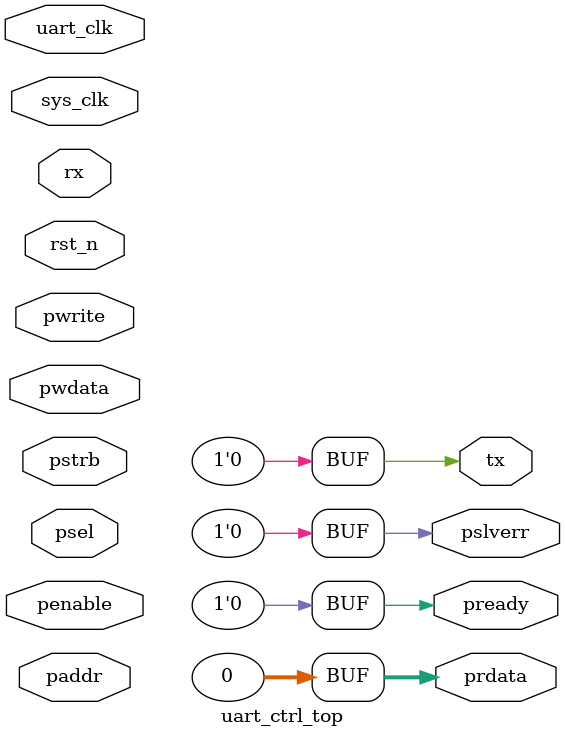
<source format=sv>
/* verilator lint_off UNUSEDSIGNAL */

module uart_ctrl_top (
    // Clock and resets
    input logic         sys_clk,
    input logic         uart_clk,
    input logic         rst_n,
    // APB Interface
    input logic [15:0]  paddr,
    input logic         pwrite,
    input logic         psel,
    input logic         penable,
    input logic [3:0]   pstrb,
    input logic [31:0]  pwdata,
    output logic [31:0] prdata,
    output logic        pready,
    output logic        pslverr,
    // UART interface
    output logic        tx,
    input logic         rx
);

    assign prdata = 32'h0;
    assign pready = 1'b0;
    assign pslverr = 1'b0;

    assign tx = 1'b0;

endmodule // uart_ctrl_top

</source>
